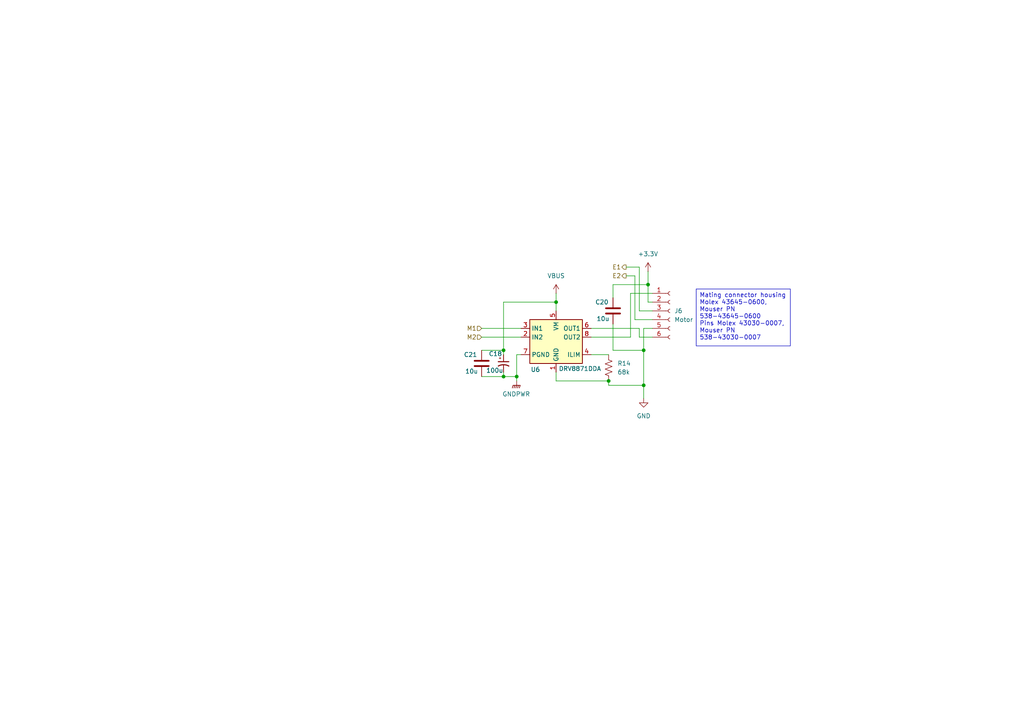
<source format=kicad_sch>
(kicad_sch (version 20250114) (generator "eeschema") (generator_version "9.0")
  (paper "A4")
  (lib_symbols
    (symbol "Connector:Conn_01x06_Socket" (pin_names (offset 1.016) (hide yes))
      (property "Reference" "J" (at 0 7.62 0))
      (property "Value" "Conn_01x06_Socket" (at 0 -10.16 0))
      (symbol "Conn_01x06_Socket_1_1"
        (polyline (pts (xy -1.27 5.08) (xy -0.508 5.08)) (stroke (width 0.1524)))
        (polyline (pts (xy -1.27 2.54) (xy -0.508 2.54)) (stroke (width 0.1524)))
        (polyline (pts (xy -1.27 0) (xy -0.508 0)) (stroke (width 0.1524)))
        (polyline (pts (xy -1.27 -2.54) (xy -0.508 -2.54)) (stroke (width 0.1524)))
        (polyline (pts (xy -1.27 -5.08) (xy -0.508 -5.08)) (stroke (width 0.1524)))
        (polyline (pts (xy -1.27 -7.62) (xy -0.508 -7.62)) (stroke (width 0.1524)))
        (arc (start 0 4.572) (mid -0.5058 5.08) (end 0 5.588) (stroke (width 0.1524)))
        (arc (start 0 2.032) (mid -0.5058 2.54) (end 0 3.048) (stroke (width 0.1524)))
        (arc (start 0 -0.508) (mid -0.5058 0) (end 0 0.508) (stroke (width 0.1524)))
        (arc (start 0 -3.048) (mid -0.5058 -2.54) (end 0 -2.032) (stroke (width 0.1524)))
        (arc (start 0 -5.588) (mid -0.5058 -5.08) (end 0 -4.572) (stroke (width 0.1524)))
        (arc (start 0 -8.128) (mid -0.5058 -7.62) (end 0 -7.112) (stroke (width 0.1524)))
        (pin passive line (at -5.08 5.08 0) (length 3.81) (name "Pin_1") (number "1"))
        (pin passive line (at -5.08 2.54 0) (length 3.81) (name "Pin_2") (number "2"))
        (pin passive line (at -5.08 0 0) (length 3.81) (name "Pin_3") (number "3"))
        (pin passive line (at -5.08 -2.54 0) (length 3.81) (name "Pin_4") (number "4"))
        (pin passive line (at -5.08 -5.08 0) (length 3.81) (name "Pin_5") (number "5"))
        (pin passive line (at -5.08 -7.62 0) (length 3.81) (name "Pin_6") (number "6"))
      )
    )
    (symbol "Device:C" (pin_numbers (hide yes)) (pin_names (offset 0.254))
      (property "Reference" "C" (at 0.635 2.54 0))
      (property "Value" "C" (at 0.635 -2.54 0))
      (symbol "C_0_1"
        (polyline (pts (xy -2.032 0.762) (xy 2.032 0.762)) (stroke (width 0.508)))
        (polyline (pts (xy -2.032 -0.762) (xy 2.032 -0.762)) (stroke (width 0.508)))
      )
      (symbol "C_1_1"
        (pin passive line (at 0 3.81 270) (length 2.794) (name "~") (number "1"))
        (pin passive line (at 0 -3.81 90) (length 2.794) (name "~") (number "2"))
      )
    )
    (symbol "Device:C_Polarized_Small_US" (pin_numbers (hide yes)) (pin_names (offset 0.254) (hide yes))
      (property "Reference" "C" (at 0.254 1.778 0))
      (property "Value" "C_Polarized_Small_US" (at 0.254 -2.032 0))
      (symbol "C_Polarized_Small_US_0_1"
        (polyline (pts (xy -1.524 0.508) (xy 1.524 0.508)) (stroke (width 0.3048)))
        (polyline (pts (xy -1.27 1.524) (xy -0.762 1.524)))
        (polyline (pts (xy -1.016 1.27) (xy -1.016 1.778)))
        (arc (start -1.524 -0.762) (mid 0 -0.3734) (end 1.524 -0.762) (stroke (width 0.3048)))
      )
      (symbol "C_Polarized_Small_US_1_1"
        (pin passive line (at 0 2.54 270) (length 2.032) (name "~") (number "1"))
        (pin passive line (at 0 -2.54 90) (length 2.032) (name "~") (number "2"))
      )
    )
    (symbol "Device:R_US" (pin_numbers (hide yes)) (pin_names (offset 0))
      (property "Reference" "R" (at 2.54 0 90))
      (property "Value" "R_US" (at -2.54 0 90))
      (symbol "R_US_0_1"
        (polyline (pts (xy 0 2.286) (xy 0 2.54)))
        (polyline (pts (xy 0 2.286) (xy 1.016 1.905) (xy 0 1.524) (xy -1.016 1.143) (xy 0 0.762)))
        (polyline (pts (xy 0 0.762) (xy 1.016 0.381) (xy 0 0) (xy -1.016 -0.381) (xy 0 -0.762)))
        (polyline (pts (xy 0 -0.762) (xy 1.016 -1.143) (xy 0 -1.524) (xy -1.016 -1.905) (xy 0 -2.286)))
        (polyline (pts (xy 0 -2.286) (xy 0 -2.54)))
      )
      (symbol "R_US_1_1"
        (pin passive line (at 0 3.81 270) (length 1.27) (name "~") (number "1"))
        (pin passive line (at 0 -3.81 90) (length 1.27) (name "~") (number "2"))
      )
    )
    (symbol "Driver_Motor:DRV8871DDA"
      (property "Reference" "U2" (at -7.366 -9.398 0))
      (property "Value" "DRV8871DDA" (at 0.762 -9.144 0))
      (symbol "DRV8871DDA_0_1"
        (rectangle (start -7.62 5.08) (end 7.62 -7.62) (stroke (width 0.254)) (fill (type background)))
      )
      (symbol "DRV8871DDA_1_1"
        (pin input line (at -10.16 2.54 0) (length 2.54) (name "IN1") (number "3"))
        (pin input line (at -10.16 0 0) (length 2.54) (name "IN2") (number "2"))
        (pin power_in line (at -10.16 -5.08 0) (length 2.54) (name "PGND") (number "7"))
        (pin power_in line (at 0 7.62 270) (length 2.54) (name "VM") (number "5"))
        (pin power_in line (at 0 -10.16 90) (length 2.54) (name "GND") (number "1"))
        (pin passive line (at 0 -10.16 90) (length 2.54) (hide yes) (name "GND") (number "7"))
        (pin passive line (at 0 -10.16 90) (length 2.54) (hide yes) (name "GND") (number "9"))
        (pin output line (at 10.16 2.54 180) (length 2.54) (name "OUT1") (number "6"))
        (pin output line (at 10.16 0 180) (length 2.54) (name "OUT2") (number "8"))
        (pin passive line (at 10.16 -5.08 180) (length 2.54) (name "ILIM") (number "4"))
      )
    )
    (symbol "power:+3.3V" (power) (pin_numbers (hide yes)) (pin_names (offset 0) (hide yes))
      (property "Value" "+3.3V" (at 0 3.556 0))
      (symbol "+3.3V_0_1"
        (polyline (pts (xy -0.762 1.27) (xy 0 2.54)))
        (polyline (pts (xy 0 2.54) (xy 0.762 1.27)))
        (polyline (pts (xy 0 0) (xy 0 2.54)))
      )
      (symbol "+3.3V_1_1"
        (pin power_in line (at 0 0 90) (length 0) (name "~") (number "1"))
      )
    )
    (symbol "power:GND" (power) (pin_numbers (hide yes)) (pin_names (offset 0) (hide yes))
      (property "Value" "GND" (at 0 -3.81 0))
      (symbol "GND_0_1"
        (polyline (pts (xy 0 0) (xy 0 -1.27) (xy 1.27 -1.27) (xy 0 -2.54) (xy -1.27 -1.27) (xy 0 -1.27)))
      )
      (symbol "GND_1_1"
        (pin power_in line (at 0 0 270) (length 0) (name "~") (number "1"))
      )
    )
    (symbol "power:GNDPWR" (power) (pin_numbers (hide yes)) (pin_names (offset 0) (hide yes))
      (property "Value" "GNDPWR" (at 0 -3.302 0))
      (symbol "GNDPWR_0_1"
        (polyline (pts (xy -1.016 -1.27) (xy -1.27 -2.032) (xy -1.27 -2.032)) (stroke (width 0.2032)))
        (polyline (pts (xy -0.508 -1.27) (xy -0.762 -2.032) (xy -0.762 -2.032)) (stroke (width 0.2032)))
        (polyline (pts (xy 0 -1.27) (xy 0 0)))
        (polyline (pts (xy 0 -1.27) (xy -0.254 -2.032) (xy -0.254 -2.032)) (stroke (width 0.2032)))
        (polyline (pts (xy 0.508 -1.27) (xy 0.254 -2.032) (xy 0.254 -2.032)) (stroke (width 0.2032)))
        (polyline (pts (xy 1.016 -1.27) (xy -1.016 -1.27) (xy -1.016 -1.27)) (stroke (width 0.2032)))
        (polyline (pts (xy 1.016 -1.27) (xy 0.762 -2.032) (xy 0.762 -2.032) (xy 0.762 -2.032)) (stroke (width 0.2032)))
      )
      (symbol "GNDPWR_1_1"
        (pin power_in line (at 0 0 270) (length 0) (name "~") (number "1"))
      )
    )
    (symbol "power:VBUS" (power) (pin_numbers (hide yes)) (pin_names (offset 0) (hide yes))
      (property "Value" "VBUS" (at 0 3.556 0))
      (symbol "VBUS_0_1"
        (polyline (pts (xy -0.762 1.27) (xy 0 2.54)))
        (polyline (pts (xy 0 2.54) (xy 0.762 1.27)))
        (polyline (pts (xy 0 0) (xy 0 2.54)))
      )
      (symbol "VBUS_1_1"
        (pin power_in line (at 0 0 90) (length 0) (name "~") (number "1"))
      )
    )
  )
  (text_box "Mating connector housing Molex 43645-0600,  Mouser PN 538-43645-0600\nPins Molex 43030-0007, Mouser PN 538-43030-0007" (at 201.93 83.82 0) (size 27.305 16.51) (margins 0.9525 0.9525 0.9525 0.9525) (effects (font (size 1.27 1.27)) (justify left top)))
  (junction (at 186.69 101.6))
  (junction (at 146.05 101.6))
  (junction (at 186.69 111.76))
  (junction (at 161.29 87.63))
  (junction (at 149.86 109.22))
  (junction (at 176.53 110.49))
  (junction (at 187.96 82.55))
  (junction (at 146.05 109.22))
  (wire (pts (xy 177.8 82.55) (xy 187.96 82.55)))
  (wire (pts (xy 139.7 101.6) (xy 146.05 101.6)))
  (wire (pts (xy 176.53 110.49) (xy 176.53 111.76)))
  (wire (pts (xy 187.96 82.55) (xy 187.96 78.74)))
  (wire (pts (xy 187.96 87.63) (xy 187.96 82.55)))
  (wire (pts (xy 185.42 95.25) (xy 171.45 95.25)))
  (wire (pts (xy 185.42 95.25) (xy 185.42 97.79)))
  (wire (pts (xy 189.23 87.63) (xy 187.96 87.63)))
  (wire (pts (xy 161.29 110.49) (xy 176.53 110.49)))
  (wire (pts (xy 189.23 90.17) (xy 185.42 90.17)))
  (wire (pts (xy 146.05 101.6) (xy 146.05 102.87)))
  (wire (pts (xy 182.88 85.09) (xy 189.23 85.09)))
  (wire (pts (xy 139.7 95.25) (xy 151.13 95.25)))
  (wire (pts (xy 177.8 86.36) (xy 177.8 82.55)))
  (wire (pts (xy 185.42 77.47) (xy 181.61 77.47)))
  (wire (pts (xy 151.13 102.87) (xy 149.86 102.87)))
  (wire (pts (xy 185.42 90.17) (xy 185.42 77.47)))
  (wire (pts (xy 176.53 111.76) (xy 186.69 111.76)))
  (wire (pts (xy 146.05 87.63) (xy 146.05 101.6)))
  (wire (pts (xy 186.69 101.6) (xy 186.69 95.25)))
  (wire (pts (xy 181.61 80.01) (xy 184.15 80.01)))
  (wire (pts (xy 149.86 109.22) (xy 149.86 102.87)))
  (wire (pts (xy 146.05 109.22) (xy 149.86 109.22)))
  (wire (pts (xy 184.15 80.01) (xy 184.15 92.71)))
  (wire (pts (xy 186.69 115.57) (xy 186.69 111.76)))
  (wire (pts (xy 146.05 107.95) (xy 146.05 109.22)))
  (wire (pts (xy 149.86 109.22) (xy 149.86 110.49)))
  (wire (pts (xy 186.69 111.76) (xy 186.69 101.6)))
  (wire (pts (xy 161.29 107.95) (xy 161.29 110.49)))
  (wire (pts (xy 161.29 90.17) (xy 161.29 87.63)))
  (wire (pts (xy 161.29 85.09) (xy 161.29 87.63)))
  (wire (pts (xy 161.29 87.63) (xy 146.05 87.63)))
  (wire (pts (xy 171.45 102.87) (xy 176.53 102.87)))
  (wire (pts (xy 186.69 95.25) (xy 189.23 95.25)))
  (wire (pts (xy 139.7 97.79) (xy 151.13 97.79)))
  (wire (pts (xy 182.88 97.79) (xy 182.88 85.09)))
  (wire (pts (xy 184.15 92.71) (xy 189.23 92.71)))
  (wire (pts (xy 171.45 97.79) (xy 182.88 97.79)))
  (wire (pts (xy 177.8 101.6) (xy 186.69 101.6)))
  (wire (pts (xy 139.7 109.22) (xy 146.05 109.22)))
  (wire (pts (xy 177.8 93.98) (xy 177.8 101.6)))
  (wire (pts (xy 189.23 97.79) (xy 185.42 97.79)))
  (hierarchical_label "M2" (shape input) (at 139.7 97.79 180))
  (hierarchical_label "E1" (shape output) (at 181.61 77.47 180))
  (hierarchical_label "M1" (shape input) (at 139.7 95.25 180))
  (hierarchical_label "E2" (shape output) (at 181.61 80.01 180))
  (symbol (lib_id "Device:C_Polarized_Small_US") (at 146.05 105.41 0) (unit 1)
    (property "Reference" "C18" (at 141.732 102.616 0) (effects (justify left)))
    (property "Value" "100u" (at 140.97 107.442 0) (effects (justify left)))
    (property "Footprint" "Capacitor_SMD:CP_Elec_6.3x7.7" (effects (hide yes)))
    (property "Description" "Polarized capacitor, small US symbol" (effects (hide yes)))
    (property "Mfr PN" "UWT1V101MCL1GS" (effects (hide yes)))
    (property "Mouser PN" "647-UWT1V101MCL1S" (effects (hide yes)))
    (instances (project "four_way_rotator" (path "" (reference "C18") (unit 1)) (path "" (reference "C16") (unit 1))))
  )
  (symbol (lib_id "Device:C") (at 177.8 90.17 180) (unit 1)
    (property "Reference" "C20" (at 176.53 87.63 0) (effects (justify left)))
    (property "Value" "10u" (at 176.784 92.456 0) (effects (justify left)))
    (property "Footprint" "Capacitor_SMD:C_1206_3216Metric_Pad1.33x1.80mm_HandSolder" (effects (hide yes)))
    (property "Description" "Unpolarized capacitor" (effects (hide yes)))
    (property "Mouser PN" "187-CL31A106MBHNNNE " (effects (hide yes)))
    (property "Mfr PN" "CL31A106MBHNNNE" (effects (hide yes)))
    (property "Don't Buy" "X" (effects (hide yes)))
    (instances (project "four_way_rotator" (path "" (reference "C20") (unit 1)) (path "" (reference "C19") (unit 1))))
  )
  (symbol (lib_id "power:+3.3V") (at 187.96 78.74 0) (unit 1)
    (property "Reference" "#PWR021" (effects (hide yes)))
    (property "Value" "+3.3V" (at 187.96 73.66 0))
    (property "Description" "Power symbol creates a global label with name \"+3.3V\"" (effects (hide yes)))
    (instances (project "four_way_rotator" (path "" (reference "#PWR021") (unit 1)) (path "" (reference "#PWR034") (unit 1))))
  )
  (symbol (lib_id "power:GNDPWR") (at 149.86 110.49 0) (unit 1)
    (property "Reference" "#PWR018" (effects (hide yes)))
    (property "Value" "GNDPWR" (at 149.733 114.3 0))
    (property "Description" "Power symbol creates a global label with name \"GNDPWR\" , global ground" (effects (hide yes)))
    (instances (project "four_way_rotator" (path "" (reference "#PWR018") (unit 1)) (path "" (reference "#PWR031") (unit 1))))
  )
  (symbol (lib_id "power:VBUS") (at 161.29 85.09 0) (unit 1)
    (property "Reference" "#PWR023" (effects (hide yes)))
    (property "Value" "VBUS" (at 161.29 80.01 0))
    (property "Description" "Power symbol creates a global label with name \"VBUS\"" (effects (hide yes)))
    (instances (project "four_way_rotator" (path "" (reference "#PWR023") (unit 1)) (path "" (reference "#PWR032") (unit 1))))
  )
  (symbol (lib_id "Connector:Conn_01x06_Socket") (at 194.31 90.17 0) (unit 1)
    (property "Reference" "J6" (at 195.58 90.1699 0) (effects (justify left)))
    (property "Value" "Motor" (at 195.58 92.7099 0) (effects (justify left)))
    (property "Footprint" "Connector_Molex:Molex_Micro-Fit_3.0_43650-0600_1x06_P3.00mm_Horizontal" (effects (hide yes)))
    (property "Description" "Generic connector, single row, 01x06, script generated" (effects (hide yes)))
    (property "Mouser PN" "538-43650-0600" (effects (hide yes)))
    (property "Mfr PN" "43650-0600" (effects (hide yes)))
    (instances (project "four_way_rotator" (path "" (reference "J6") (unit 1)) (path "" (reference "J5") (unit 1))))
  )
  (symbol (lib_id "power:GND") (at 186.69 115.57 0) (unit 1)
    (property "Reference" "#PWR022" (effects (hide yes)))
    (property "Value" "GND" (at 186.69 120.65 0))
    (property "Description" "Power symbol creates a global label with name \"GND\" , ground" (effects (hide yes)))
    (instances (project "four_way_rotator" (path "" (reference "#PWR022") (unit 1)) (path "" (reference "#PWR033") (unit 1))))
  )
  (symbol (lib_id "Device:R_US") (at 176.53 106.68 0) (unit 1)
    (property "Reference" "R14" (at 179.07 105.4099 0) (effects (justify left)))
    (property "Value" "68k" (at 179.07 107.9499 0) (effects (justify left)))
    (property "Footprint" "Resistor_SMD:R_0603_1608Metric_Pad0.98x0.95mm_HandSolder" (effects (hide yes)))
    (property "Description" "Resistor, US symbol" (effects (hide yes)))
    (property "Don't Buy" "X" (effects (hide yes)))
    (property "Mfr PN" "0603WAF6802T5E" (effects (hide yes)))
    (property "Mouser PN" "303-0603WAF6802T5E" (effects (hide yes)))
    (instances (project "four_way_rotator" (path "" (reference "R14") (unit 1)) (path "" (reference "R13") (unit 1))))
  )
  (symbol (lib_id "Driver_Motor:DRV8871DDA") (at 161.29 97.79 0) (unit 1)
    (property "Reference" "U6" (at 153.924 107.188 0) (effects (justify left)))
    (property "Value" "DRV8871DDA" (at 162.052 106.934 0) (effects (justify left)))
    (property "Footprint" "Package_SO:Texas_HTSOP-8-1EP_3.9x4.9mm_P1.27mm_EP2.95x4.9mm_Mask2.4x3.1mm_ThermalVias" (effects (hide yes)))
    (property "Datasheet" "http://www.ti.com/lit/ds/symlink/drv8871.pdf" (effects (hide yes)))
    (property "Description" "Brushed DC Motor Driver, PWM Control, 45V, 3.6A, Current limiting, HTSOP-8" (effects (hide yes)))
    (property "Mfr PN" "DRV8871DDAR" (effects (hide yes)))
    (property "Mouser PN" "595-DRV8871DDAR" (effects (hide yes)))
    (instances (project "four_way_rotator" (path "" (reference "U6") (unit 1)) (path "" (reference "U5") (unit 1))))
  )
  (symbol (lib_id "Device:C") (at 139.7 105.41 180) (unit 1)
    (property "Reference" "C21" (at 138.43 102.87 0) (effects (justify left)))
    (property "Value" "10u" (at 138.684 107.696 0) (effects (justify left)))
    (property "Footprint" "Capacitor_SMD:C_1206_3216Metric_Pad1.33x1.80mm_HandSolder" (effects (hide yes)))
    (property "Description" "Unpolarized capacitor" (effects (hide yes)))
    (property "Mouser PN" "187-CL31A106MBHNNNE " (effects (hide yes)))
    (property "Mfr PN" "CL31A106MBHNNNE" (effects (hide yes)))
    (property "Don't Buy" "X" (effects (hide yes)))
    (instances (project "four_way_rotator" (path "" (reference "C21") (unit 1)) (path "" (reference "C17") (unit 1))))
  )
)
</source>
